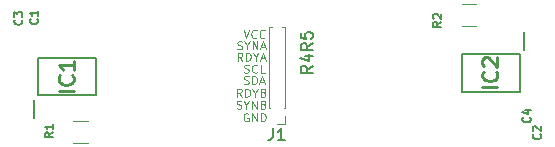
<source format=gto>
%TF.GenerationSoftware,KiCad,Pcbnew,(5.1.6-0-10_14)*%
%TF.CreationDate,2020-06-29T16:19:24+02:00*%
%TF.ProjectId,rev0,72657630-2e6b-4696-9361-645f70636258,rev?*%
%TF.SameCoordinates,Original*%
%TF.FileFunction,Legend,Top*%
%TF.FilePolarity,Positive*%
%FSLAX46Y46*%
G04 Gerber Fmt 4.6, Leading zero omitted, Abs format (unit mm)*
G04 Created by KiCad (PCBNEW (5.1.6-0-10_14)) date 2020-06-29 16:19:24*
%MOMM*%
%LPD*%
G01*
G04 APERTURE LIST*
%ADD10C,0.100000*%
%ADD11C,0.120000*%
%ADD12C,0.200000*%
%ADD13C,0.150000*%
%ADD14C,0.254000*%
G04 APERTURE END LIST*
D10*
X145211866Y-89870800D02*
X145145200Y-89837466D01*
X145045200Y-89837466D01*
X144945200Y-89870800D01*
X144878533Y-89937466D01*
X144845200Y-90004133D01*
X144811866Y-90137466D01*
X144811866Y-90237466D01*
X144845200Y-90370800D01*
X144878533Y-90437466D01*
X144945200Y-90504133D01*
X145045200Y-90537466D01*
X145111866Y-90537466D01*
X145211866Y-90504133D01*
X145245200Y-90470800D01*
X145245200Y-90237466D01*
X145111866Y-90237466D01*
X145545200Y-90537466D02*
X145545200Y-89837466D01*
X145945200Y-90537466D01*
X145945200Y-89837466D01*
X146278533Y-90537466D02*
X146278533Y-89837466D01*
X146445200Y-89837466D01*
X146545200Y-89870800D01*
X146611866Y-89937466D01*
X146645200Y-90004133D01*
X146678533Y-90137466D01*
X146678533Y-90237466D01*
X146645200Y-90370800D01*
X146611866Y-90437466D01*
X146545200Y-90504133D01*
X146445200Y-90537466D01*
X146278533Y-90537466D01*
X144223733Y-89437333D02*
X144323733Y-89470666D01*
X144490400Y-89470666D01*
X144557066Y-89437333D01*
X144590400Y-89404000D01*
X144623733Y-89337333D01*
X144623733Y-89270666D01*
X144590400Y-89204000D01*
X144557066Y-89170666D01*
X144490400Y-89137333D01*
X144357066Y-89104000D01*
X144290400Y-89070666D01*
X144257066Y-89037333D01*
X144223733Y-88970666D01*
X144223733Y-88904000D01*
X144257066Y-88837333D01*
X144290400Y-88804000D01*
X144357066Y-88770666D01*
X144523733Y-88770666D01*
X144623733Y-88804000D01*
X145057066Y-89137333D02*
X145057066Y-89470666D01*
X144823733Y-88770666D02*
X145057066Y-89137333D01*
X145290400Y-88770666D01*
X145523733Y-89470666D02*
X145523733Y-88770666D01*
X145923733Y-89470666D01*
X145923733Y-88770666D01*
X146490400Y-89104000D02*
X146590400Y-89137333D01*
X146623733Y-89170666D01*
X146657066Y-89237333D01*
X146657066Y-89337333D01*
X146623733Y-89404000D01*
X146590400Y-89437333D01*
X146523733Y-89470666D01*
X146257066Y-89470666D01*
X146257066Y-88770666D01*
X146490400Y-88770666D01*
X146557066Y-88804000D01*
X146590400Y-88837333D01*
X146623733Y-88904000D01*
X146623733Y-88970666D01*
X146590400Y-89037333D01*
X146557066Y-89070666D01*
X146490400Y-89104000D01*
X146257066Y-89104000D01*
X144657066Y-88454666D02*
X144423733Y-88121333D01*
X144257066Y-88454666D02*
X144257066Y-87754666D01*
X144523733Y-87754666D01*
X144590400Y-87788000D01*
X144623733Y-87821333D01*
X144657066Y-87888000D01*
X144657066Y-87988000D01*
X144623733Y-88054666D01*
X144590400Y-88088000D01*
X144523733Y-88121333D01*
X144257066Y-88121333D01*
X144957066Y-88454666D02*
X144957066Y-87754666D01*
X145123733Y-87754666D01*
X145223733Y-87788000D01*
X145290400Y-87854666D01*
X145323733Y-87921333D01*
X145357066Y-88054666D01*
X145357066Y-88154666D01*
X145323733Y-88288000D01*
X145290400Y-88354666D01*
X145223733Y-88421333D01*
X145123733Y-88454666D01*
X144957066Y-88454666D01*
X145790400Y-88121333D02*
X145790400Y-88454666D01*
X145557066Y-87754666D02*
X145790400Y-88121333D01*
X146023733Y-87754666D01*
X146490400Y-88088000D02*
X146590400Y-88121333D01*
X146623733Y-88154666D01*
X146657066Y-88221333D01*
X146657066Y-88321333D01*
X146623733Y-88388000D01*
X146590400Y-88421333D01*
X146523733Y-88454666D01*
X146257066Y-88454666D01*
X146257066Y-87754666D01*
X146490400Y-87754666D01*
X146557066Y-87788000D01*
X146590400Y-87821333D01*
X146623733Y-87888000D01*
X146623733Y-87954666D01*
X146590400Y-88021333D01*
X146557066Y-88054666D01*
X146490400Y-88088000D01*
X146257066Y-88088000D01*
X144844400Y-87354533D02*
X144944400Y-87387866D01*
X145111066Y-87387866D01*
X145177733Y-87354533D01*
X145211066Y-87321200D01*
X145244400Y-87254533D01*
X145244400Y-87187866D01*
X145211066Y-87121200D01*
X145177733Y-87087866D01*
X145111066Y-87054533D01*
X144977733Y-87021200D01*
X144911066Y-86987866D01*
X144877733Y-86954533D01*
X144844400Y-86887866D01*
X144844400Y-86821200D01*
X144877733Y-86754533D01*
X144911066Y-86721200D01*
X144977733Y-86687866D01*
X145144400Y-86687866D01*
X145244400Y-86721200D01*
X145544400Y-87387866D02*
X145544400Y-86687866D01*
X145711066Y-86687866D01*
X145811066Y-86721200D01*
X145877733Y-86787866D01*
X145911066Y-86854533D01*
X145944400Y-86987866D01*
X145944400Y-87087866D01*
X145911066Y-87221200D01*
X145877733Y-87287866D01*
X145811066Y-87354533D01*
X145711066Y-87387866D01*
X145544400Y-87387866D01*
X146211066Y-87187866D02*
X146544400Y-87187866D01*
X146144400Y-87387866D02*
X146377733Y-86687866D01*
X146611066Y-87387866D01*
X144861066Y-86389333D02*
X144961066Y-86422666D01*
X145127733Y-86422666D01*
X145194400Y-86389333D01*
X145227733Y-86356000D01*
X145261066Y-86289333D01*
X145261066Y-86222666D01*
X145227733Y-86156000D01*
X145194400Y-86122666D01*
X145127733Y-86089333D01*
X144994400Y-86056000D01*
X144927733Y-86022666D01*
X144894400Y-85989333D01*
X144861066Y-85922666D01*
X144861066Y-85856000D01*
X144894400Y-85789333D01*
X144927733Y-85756000D01*
X144994400Y-85722666D01*
X145161066Y-85722666D01*
X145261066Y-85756000D01*
X145961066Y-86356000D02*
X145927733Y-86389333D01*
X145827733Y-86422666D01*
X145761066Y-86422666D01*
X145661066Y-86389333D01*
X145594400Y-86322666D01*
X145561066Y-86256000D01*
X145527733Y-86122666D01*
X145527733Y-86022666D01*
X145561066Y-85889333D01*
X145594400Y-85822666D01*
X145661066Y-85756000D01*
X145761066Y-85722666D01*
X145827733Y-85722666D01*
X145927733Y-85756000D01*
X145961066Y-85789333D01*
X146594400Y-86422666D02*
X146261066Y-86422666D01*
X146261066Y-85722666D01*
X144707066Y-85406666D02*
X144473733Y-85073333D01*
X144307066Y-85406666D02*
X144307066Y-84706666D01*
X144573733Y-84706666D01*
X144640400Y-84740000D01*
X144673733Y-84773333D01*
X144707066Y-84840000D01*
X144707066Y-84940000D01*
X144673733Y-85006666D01*
X144640400Y-85040000D01*
X144573733Y-85073333D01*
X144307066Y-85073333D01*
X145007066Y-85406666D02*
X145007066Y-84706666D01*
X145173733Y-84706666D01*
X145273733Y-84740000D01*
X145340400Y-84806666D01*
X145373733Y-84873333D01*
X145407066Y-85006666D01*
X145407066Y-85106666D01*
X145373733Y-85240000D01*
X145340400Y-85306666D01*
X145273733Y-85373333D01*
X145173733Y-85406666D01*
X145007066Y-85406666D01*
X145840400Y-85073333D02*
X145840400Y-85406666D01*
X145607066Y-84706666D02*
X145840400Y-85073333D01*
X146073733Y-84706666D01*
X146273733Y-85206666D02*
X146607066Y-85206666D01*
X146207066Y-85406666D02*
X146440400Y-84706666D01*
X146673733Y-85406666D01*
X144273733Y-84408133D02*
X144373733Y-84441466D01*
X144540400Y-84441466D01*
X144607066Y-84408133D01*
X144640400Y-84374800D01*
X144673733Y-84308133D01*
X144673733Y-84241466D01*
X144640400Y-84174800D01*
X144607066Y-84141466D01*
X144540400Y-84108133D01*
X144407066Y-84074800D01*
X144340400Y-84041466D01*
X144307066Y-84008133D01*
X144273733Y-83941466D01*
X144273733Y-83874800D01*
X144307066Y-83808133D01*
X144340400Y-83774800D01*
X144407066Y-83741466D01*
X144573733Y-83741466D01*
X144673733Y-83774800D01*
X145107066Y-84108133D02*
X145107066Y-84441466D01*
X144873733Y-83741466D02*
X145107066Y-84108133D01*
X145340400Y-83741466D01*
X145573733Y-84441466D02*
X145573733Y-83741466D01*
X145973733Y-84441466D01*
X145973733Y-83741466D01*
X146273733Y-84241466D02*
X146607066Y-84241466D01*
X146207066Y-84441466D02*
X146440400Y-83741466D01*
X146673733Y-84441466D01*
X144811866Y-82776266D02*
X145045200Y-83476266D01*
X145278533Y-82776266D01*
X145911866Y-83409600D02*
X145878533Y-83442933D01*
X145778533Y-83476266D01*
X145711866Y-83476266D01*
X145611866Y-83442933D01*
X145545200Y-83376266D01*
X145511866Y-83309600D01*
X145478533Y-83176266D01*
X145478533Y-83076266D01*
X145511866Y-82942933D01*
X145545200Y-82876266D01*
X145611866Y-82809600D01*
X145711866Y-82776266D01*
X145778533Y-82776266D01*
X145878533Y-82809600D01*
X145911866Y-82842933D01*
X146611866Y-83409600D02*
X146578533Y-83442933D01*
X146478533Y-83476266D01*
X146411866Y-83476266D01*
X146311866Y-83442933D01*
X146245200Y-83376266D01*
X146211866Y-83309600D01*
X146178533Y-83176266D01*
X146178533Y-83076266D01*
X146211866Y-82942933D01*
X146245200Y-82876266D01*
X146311866Y-82809600D01*
X146411866Y-82776266D01*
X146478533Y-82776266D01*
X146578533Y-82809600D01*
X146611866Y-82842933D01*
D11*
%TO.C,J1*%
X148332500Y-90791500D02*
X147637500Y-90791500D01*
X148332500Y-90106500D02*
X148332500Y-90791500D01*
X147029224Y-89421500D02*
X146942500Y-89421500D01*
X148332500Y-89421500D02*
X148245776Y-89421500D01*
X146942500Y-89421500D02*
X146942500Y-82546500D01*
X148332500Y-89421500D02*
X148332500Y-82546500D01*
X147243007Y-82546500D02*
X146942500Y-82546500D01*
X148332500Y-82546500D02*
X148031993Y-82546500D01*
%TO.C,R2*%
X164495564Y-82444000D02*
X163291436Y-82444000D01*
X164495564Y-80624000D02*
X163291436Y-80624000D01*
%TO.C,R1*%
X130398436Y-90530000D02*
X131602564Y-90530000D01*
X130398436Y-92350000D02*
X131602564Y-92350000D01*
D12*
%TO.C,IC2*%
X168185000Y-84825500D02*
X168185000Y-88021500D01*
X168185000Y-88021500D02*
X163285000Y-88021500D01*
X163285000Y-88021500D02*
X163285000Y-84825500D01*
X163285000Y-84825500D02*
X168185000Y-84825500D01*
X168525000Y-82948500D02*
X168525000Y-84475500D01*
%TO.C,IC1*%
X127407500Y-88339000D02*
X127407500Y-85143000D01*
X127407500Y-85143000D02*
X132307500Y-85143000D01*
X132307500Y-85143000D02*
X132307500Y-88339000D01*
X132307500Y-88339000D02*
X127407500Y-88339000D01*
X127067500Y-90216000D02*
X127067500Y-88689000D01*
%TO.C,J1*%
D13*
X147304166Y-91118880D02*
X147304166Y-91833166D01*
X147256547Y-91976023D01*
X147161309Y-92071261D01*
X147018452Y-92118880D01*
X146923214Y-92118880D01*
X148304166Y-92118880D02*
X147732738Y-92118880D01*
X148018452Y-92118880D02*
X148018452Y-91118880D01*
X147923214Y-91261738D01*
X147827976Y-91356976D01*
X147732738Y-91404595D01*
%TO.C,R5*%
X150656880Y-83923166D02*
X150180690Y-84256500D01*
X150656880Y-84494595D02*
X149656880Y-84494595D01*
X149656880Y-84113642D01*
X149704500Y-84018404D01*
X149752119Y-83970785D01*
X149847357Y-83923166D01*
X149990214Y-83923166D01*
X150085452Y-83970785D01*
X150133071Y-84018404D01*
X150180690Y-84113642D01*
X150180690Y-84494595D01*
X149656880Y-83018404D02*
X149656880Y-83494595D01*
X150133071Y-83542214D01*
X150085452Y-83494595D01*
X150037833Y-83399357D01*
X150037833Y-83161261D01*
X150085452Y-83066023D01*
X150133071Y-83018404D01*
X150228309Y-82970785D01*
X150466404Y-82970785D01*
X150561642Y-83018404D01*
X150609261Y-83066023D01*
X150656880Y-83161261D01*
X150656880Y-83399357D01*
X150609261Y-83494595D01*
X150561642Y-83542214D01*
%TO.C,R4*%
X150656880Y-85828166D02*
X150180690Y-86161500D01*
X150656880Y-86399595D02*
X149656880Y-86399595D01*
X149656880Y-86018642D01*
X149704500Y-85923404D01*
X149752119Y-85875785D01*
X149847357Y-85828166D01*
X149990214Y-85828166D01*
X150085452Y-85875785D01*
X150133071Y-85923404D01*
X150180690Y-86018642D01*
X150180690Y-86399595D01*
X149990214Y-84971023D02*
X150656880Y-84971023D01*
X149609261Y-85209119D02*
X150323547Y-85447214D01*
X150323547Y-84828166D01*
%TO.C,R2*%
X161555866Y-82107866D02*
X161222533Y-82341200D01*
X161555866Y-82507866D02*
X160855866Y-82507866D01*
X160855866Y-82241200D01*
X160889200Y-82174533D01*
X160922533Y-82141200D01*
X160989200Y-82107866D01*
X161089200Y-82107866D01*
X161155866Y-82141200D01*
X161189200Y-82174533D01*
X161222533Y-82241200D01*
X161222533Y-82507866D01*
X160922533Y-81841200D02*
X160889200Y-81807866D01*
X160855866Y-81741200D01*
X160855866Y-81574533D01*
X160889200Y-81507866D01*
X160922533Y-81474533D01*
X160989200Y-81441200D01*
X161055866Y-81441200D01*
X161155866Y-81474533D01*
X161555866Y-81874533D01*
X161555866Y-81441200D01*
%TO.C,R1*%
X128688266Y-91455066D02*
X128354933Y-91688400D01*
X128688266Y-91855066D02*
X127988266Y-91855066D01*
X127988266Y-91588400D01*
X128021600Y-91521733D01*
X128054933Y-91488400D01*
X128121600Y-91455066D01*
X128221600Y-91455066D01*
X128288266Y-91488400D01*
X128321600Y-91521733D01*
X128354933Y-91588400D01*
X128354933Y-91855066D01*
X128688266Y-90788400D02*
X128688266Y-91188400D01*
X128688266Y-90988400D02*
X127988266Y-90988400D01*
X128088266Y-91055066D01*
X128154933Y-91121733D01*
X128188266Y-91188400D01*
%TO.C,IC2*%
D14*
X166309523Y-87663261D02*
X165039523Y-87663261D01*
X166188571Y-86332785D02*
X166249047Y-86393261D01*
X166309523Y-86574690D01*
X166309523Y-86695642D01*
X166249047Y-86877071D01*
X166128095Y-86998023D01*
X166007142Y-87058500D01*
X165765238Y-87118976D01*
X165583809Y-87118976D01*
X165341904Y-87058500D01*
X165220952Y-86998023D01*
X165100000Y-86877071D01*
X165039523Y-86695642D01*
X165039523Y-86574690D01*
X165100000Y-86393261D01*
X165160476Y-86332785D01*
X165160476Y-85848976D02*
X165100000Y-85788500D01*
X165039523Y-85667547D01*
X165039523Y-85365166D01*
X165100000Y-85244214D01*
X165160476Y-85183738D01*
X165281428Y-85123261D01*
X165402380Y-85123261D01*
X165583809Y-85183738D01*
X166309523Y-85909452D01*
X166309523Y-85123261D01*
%TO.C,C4*%
D13*
X169058400Y-90185066D02*
X169091733Y-90218400D01*
X169125066Y-90318400D01*
X169125066Y-90385066D01*
X169091733Y-90485066D01*
X169025066Y-90551733D01*
X168958400Y-90585066D01*
X168825066Y-90618400D01*
X168725066Y-90618400D01*
X168591733Y-90585066D01*
X168525066Y-90551733D01*
X168458400Y-90485066D01*
X168425066Y-90385066D01*
X168425066Y-90318400D01*
X168458400Y-90218400D01*
X168491733Y-90185066D01*
X168658400Y-89585066D02*
X169125066Y-89585066D01*
X168391733Y-89751733D02*
X168891733Y-89918400D01*
X168891733Y-89485066D01*
%TO.C,C3*%
X126018100Y-81917366D02*
X126051433Y-81950700D01*
X126084766Y-82050700D01*
X126084766Y-82117366D01*
X126051433Y-82217366D01*
X125984766Y-82284033D01*
X125918100Y-82317366D01*
X125784766Y-82350700D01*
X125684766Y-82350700D01*
X125551433Y-82317366D01*
X125484766Y-82284033D01*
X125418100Y-82217366D01*
X125384766Y-82117366D01*
X125384766Y-82050700D01*
X125418100Y-81950700D01*
X125451433Y-81917366D01*
X125384766Y-81684033D02*
X125384766Y-81250700D01*
X125651433Y-81484033D01*
X125651433Y-81384033D01*
X125684766Y-81317366D01*
X125718100Y-81284033D01*
X125784766Y-81250700D01*
X125951433Y-81250700D01*
X126018100Y-81284033D01*
X126051433Y-81317366D01*
X126084766Y-81384033D01*
X126084766Y-81584033D01*
X126051433Y-81650700D01*
X126018100Y-81684033D01*
%TO.C,C2*%
X169922000Y-91607466D02*
X169955333Y-91640800D01*
X169988666Y-91740800D01*
X169988666Y-91807466D01*
X169955333Y-91907466D01*
X169888666Y-91974133D01*
X169822000Y-92007466D01*
X169688666Y-92040800D01*
X169588666Y-92040800D01*
X169455333Y-92007466D01*
X169388666Y-91974133D01*
X169322000Y-91907466D01*
X169288666Y-91807466D01*
X169288666Y-91740800D01*
X169322000Y-91640800D01*
X169355333Y-91607466D01*
X169355333Y-91340800D02*
X169322000Y-91307466D01*
X169288666Y-91240800D01*
X169288666Y-91074133D01*
X169322000Y-91007466D01*
X169355333Y-90974133D01*
X169422000Y-90940800D01*
X169488666Y-90940800D01*
X169588666Y-90974133D01*
X169988666Y-91374133D01*
X169988666Y-90940800D01*
%TO.C,C1*%
X127351600Y-81853866D02*
X127384933Y-81887200D01*
X127418266Y-81987200D01*
X127418266Y-82053866D01*
X127384933Y-82153866D01*
X127318266Y-82220533D01*
X127251600Y-82253866D01*
X127118266Y-82287200D01*
X127018266Y-82287200D01*
X126884933Y-82253866D01*
X126818266Y-82220533D01*
X126751600Y-82153866D01*
X126718266Y-82053866D01*
X126718266Y-81987200D01*
X126751600Y-81887200D01*
X126784933Y-81853866D01*
X127418266Y-81187200D02*
X127418266Y-81587200D01*
X127418266Y-81387200D02*
X126718266Y-81387200D01*
X126818266Y-81453866D01*
X126884933Y-81520533D01*
X126918266Y-81587200D01*
%TO.C,IC1*%
D14*
X130432023Y-87980761D02*
X129162023Y-87980761D01*
X130311071Y-86650285D02*
X130371547Y-86710761D01*
X130432023Y-86892190D01*
X130432023Y-87013142D01*
X130371547Y-87194571D01*
X130250595Y-87315523D01*
X130129642Y-87376000D01*
X129887738Y-87436476D01*
X129706309Y-87436476D01*
X129464404Y-87376000D01*
X129343452Y-87315523D01*
X129222500Y-87194571D01*
X129162023Y-87013142D01*
X129162023Y-86892190D01*
X129222500Y-86710761D01*
X129282976Y-86650285D01*
X130432023Y-85440761D02*
X130432023Y-86166476D01*
X130432023Y-85803619D02*
X129162023Y-85803619D01*
X129343452Y-85924571D01*
X129464404Y-86045523D01*
X129524880Y-86166476D01*
%TD*%
M02*

</source>
